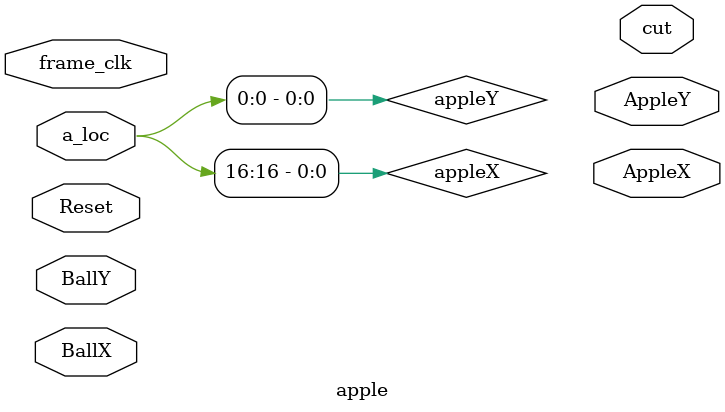
<source format=sv>
module apple (

		input         Reset, frame_clk,
		input  [31:0] a_loc, 
		input  [9:0]  BallX, BallY,
		output        cut,
		output [9:0]  AppleX, AppleY
);

parameter A_X_Min = 80;
parameter A_X_Max = 560;
parameter A_Y_Min = 120;
parameter A_Y_Max = 320;

always_ff @ (posedge frame_clk) begin



end

assign appleX = a_loc[25:16];
assign appleY = a_loc[9:0];

endmodule 
</source>
